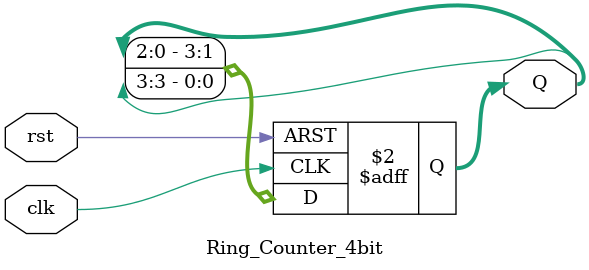
<source format=v>
module Ring_Counter_4bit (
    input clk,
    input rst,
    output reg [3:0] Q
);
    always @(posedge clk or posedge rst) begin
        if (rst)
            Q <= 4'b0001;  // Set initial value to 0001
        else
            Q <= {Q[2:0], Q[3]};  // Rotate left, shifting MSB to LSB
    end
endmodule

</source>
